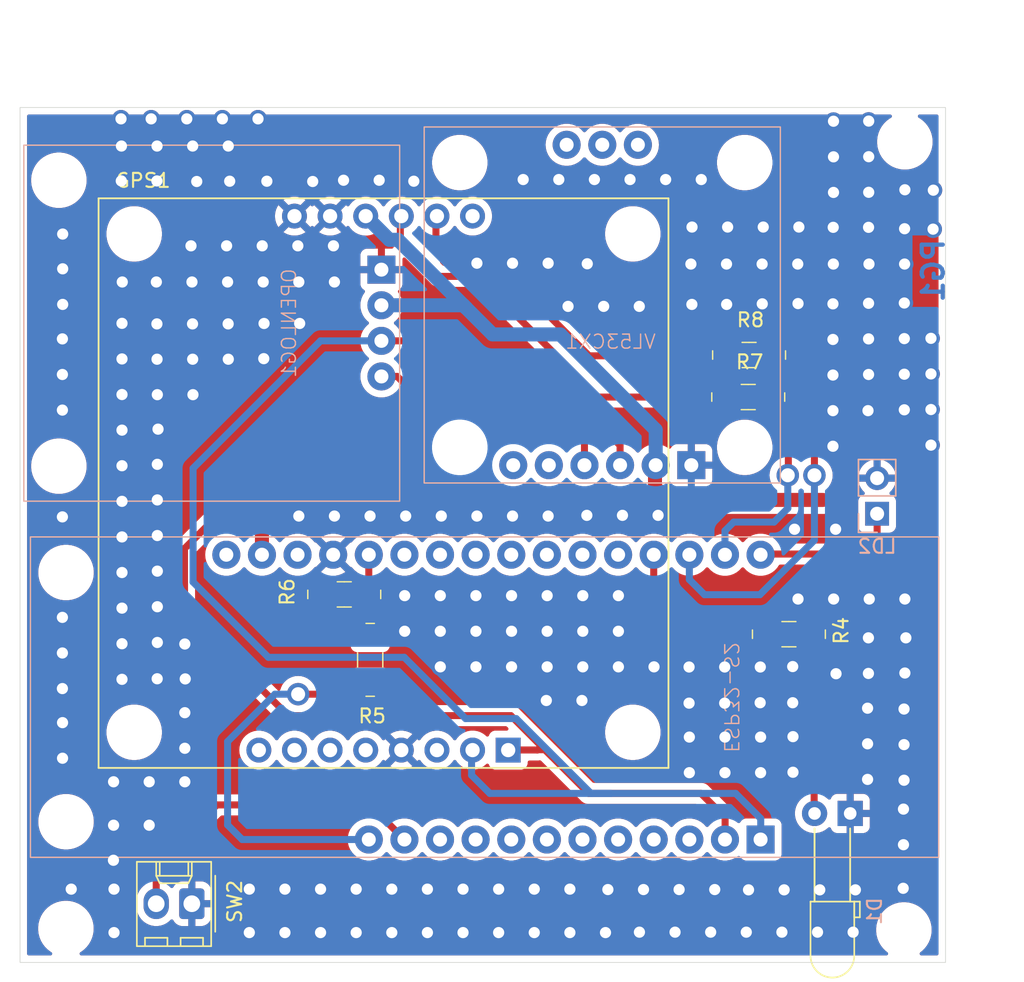
<source format=kicad_pcb>
(kicad_pcb (version 20240108) (generator "pcbnew") (generator_version "8.0")
  (layers (0 "F.Cu" signal) (31 "B.Cu" signal) (34 "B.Paste" user) (35 "F.Paste" user) (36 "B.SilkS" user "B.Silkscreen") (37 "F.SilkS" user "F.Silkscreen") (38 "B.Mask" user) (39 "F.Mask" user) (44 "Edge.Cuts" user))
  (net 0 "")
  (net 1 "GND")
  (net 2 "+3.3V")
  (net 3 "SDA")
  (net 4 "SCL")
  (net 6 "TX")
  (net 7 "Net-(GPS1-TXO)")
  (net 11 "RX")
  (net 19 "Net-(GPS1-RXI)")
  (net 28 "VBAT")
  (net 29 "Net-(D1-A)")
  (net 30 "EN")
  (net 31 "LED")
  (net 32 "LEVELBAT")
  (net 34 "LASER")
  (footprint "Connector_Molex:Molex_KK-254_AE-6410-02A_1x02_P2.54mm_Vertical" (layer "F.Cu") (at 56 95.83 180)
    (property "Reference" "SW2" (at -3.06 0.16 90) (layer "F.SilkS"))
    (property "Value" "SW_DPDT_x2")
    (fp_line (start 3.92 2.99) (end 3.92 -3.03) (stroke (width 0.12)) (layer "F.SilkS"))
    (fp_line (start 3.92 -3.03) (end -1.38 -3.03) (stroke (width 0.12)) (layer "F.SilkS"))
    (fp_line (start 3.34 -2.43) (end 3.34 -3.03) (stroke (width 0.12)) (layer "F.SilkS"))
    (fp_line (start 2.54 1.99) (end 2.54 2.99) (stroke (width 0.12)) (layer "F.SilkS"))
    (fp_line (start 2.29 2.99) (end 2.29 1.99) (stroke (width 0.12)) (layer "F.SilkS"))
    (fp_line (start 2.29 1.46) (end 2.54 1.99) (stroke (width 0.12)) (layer "F.SilkS"))
    (fp_line (start 1.74 -2.43) (end 3.34 -2.43) (stroke (width 0.12)) (layer "F.SilkS"))
    (fp_line (start 1.74 -3.03) (end 1.74 -2.43) (stroke (width 0.12)) (layer "F.SilkS"))
    (fp_line (start 0.8 -2.43) (end 0.8 -3.03) (stroke (width 0.12)) (layer "F.SilkS"))
    (fp_line (start 0.25 2.99) (end 0.25 1.99) (stroke (width 0.12)) (layer "F.SilkS"))
    (fp_line (start 0.25 1.46) (end 2.29 1.46) (stroke (width 0.12)) (layer "F.SilkS"))
    (fp_line (start 0 2.99) (end 0 1.99) (stroke (width 0.12)) (layer "F.SilkS"))
    (fp_line (start 0 1.99) (end 2.54 1.99) (stroke (width 0.12)) (layer "F.SilkS"))
    (fp_line (start 0 1.99) (end 0.25 1.46) (stroke (width 0.12)) (layer "F.SilkS"))
    (fp_line (start -0.8 -2.43) (end 0.8 -2.43) (stroke (width 0.12)) (layer "F.SilkS"))
    (fp_line (start -0.8 -3.03) (end -0.8 -2.43) (stroke (width 0.12)) (layer "F.SilkS"))
    (fp_line (start -1.38 2.99) (end 3.92 2.99) (stroke (width 0.12)) (layer "F.SilkS"))
    (fp_line (start -1.38 -3.03) (end -1.38 2.99) (stroke (width 0.12)) (layer "F.SilkS"))
    (fp_line (start -1.67 -2) (end -1.67 2) (stroke (width 0.12)) (layer "F.SilkS"))
    (pad "1" thru_hole roundrect (at 0 0 180) (size 1.8 2.19) (drill 1.19) (layers "*.Cu" "*.Mask") (roundrect_rratio 0.143678) (net 1 "GND"))
    (pad "2" thru_hole oval (at 2.54 0 180) (size 1.8 2.19) (drill 1.19) (layers "*.Cu" "*.Mask") (net 30 "EN"))
  )
  (footprint "digikey-footprints:1206" (layer "F.Cu") (at 66.87 73.76 180)
    (property "Reference" "R6" (at 4.07 0.17 -90) (layer "F.SilkS"))
    (property "Value" "100K")
    (fp_line (start 2.6 -0.3) (end 2.6 0.3) (stroke (width 0.1)) (layer "F.SilkS"))
    (fp_line (start 0 0.9) (end 0.5 0.9) (stroke (width 0.1)) (layer "F.SilkS"))
    (fp_line (start 0 0.9) (end -0.5 0.9) (stroke (width 0.1)) (layer "F.SilkS"))
    (fp_line (start 0 -0.9) (end 0.5 -0.9) (stroke (width 0.1)) (layer "F.SilkS"))
    (fp_line (start 0 -0.9) (end -0.5 -0.9) (stroke (width 0.1)) (layer "F.SilkS"))
    (fp_line (start -2.6 -0.3) (end -2.6 0.3) (stroke (width 0.1)) (layer "F.SilkS"))
    (pad "1" smd rect (at -1.8 0 180) (size 1.5 1.8) (layers "F.Cu" "F.Paste" "F.Mask") (net 32 "LEVELBAT"))
    (pad "2" smd rect (at 1.8 0 180) (size 1.5 1.8) (layers "F.Cu" "F.Paste" "F.Mask") (net 1 "GND"))
  )
  (footprint "digikey-footprints:1206" (layer "F.Cu") (at 95.68 59.68)
    (property "Reference" "R7" (at 0.1 -2.5 0) (layer "F.SilkS"))
    (property "Value" "0")
    (fp_line (start -2.6 -0.3) (end -2.6 0.3) (stroke (width 0.1)) (layer "F.SilkS"))
    (fp_line (start 0 -0.9) (end -0.5 -0.9) (stroke (width 0.1)) (layer "F.SilkS"))
    (fp_line (start 0 -0.9) (end 0.5 -0.9) (stroke (width 0.1)) (layer "F.SilkS"))
    (fp_line (start 0 0.9) (end -0.5 0.9) (stroke (width 0.1)) (layer "F.SilkS"))
    (fp_line (start 0 0.9) (end 0.5 0.9) (stroke (width 0.1)) (layer "F.SilkS"))
    (fp_line (start 2.6 -0.3) (end 2.6 0.3) (stroke (width 0.1)) (layer "F.SilkS"))
    (pad "1" smd rect (at -1.8 0) (size 1.5 1.8) (layers "F.Cu" "F.Paste" "F.Mask") (net 19 "Net-(GPS1-RXI)"))
    (pad "2" smd rect (at 1.8 0) (size 1.5 1.8) (layers "F.Cu" "F.Paste" "F.Mask") (net 11 "RX"))
  )
  (footprint "" (layer "F.Cu") (at 47.02 97.6)
    (property "Reference" "" (at 0 0 0) (layer "F.SilkS") (effects (font (size 1.27 1.27))))
    (property "Value" "")
    (pad "" np_thru_hole circle (at 0 0 90) (size 3.302 3.302) (drill 3.302) (layers "F&B.Cu" "*.Mask"))
  )
  (footprint "GPS-15210:MODULE_GPS-15210" (layer "F.Cu") (at 69.67 65.82)
    (property "Reference" "GPS1" (at -17.145 -21.59 0) (layer "F.SilkS"))
    (property "Value" "GPS-15210")
    (fp_line (start -20.32 -20.32) (end 20.32 -20.32) (stroke (width 0.127)) (layer "F.SilkS"))
    (fp_line (start -20.32 20.32) (end -20.32 -20.32) (stroke (width 0.127)) (layer "F.SilkS"))
    (fp_line (start 20.32 -20.32) (end 20.32 20.32) (stroke (width 0.127)) (layer "F.SilkS"))
    (fp_line (start 20.32 20.32) (end -20.32 20.32) (stroke (width 0.127)) (layer "F.SilkS"))
    (pad "" np_thru_hole circle (at -17.78 -17.78) (size 3.302 3.302) (drill 3.302) (layers "*.Cu" "*.Mask"))
    (pad "" np_thru_hole circle (at -17.78 17.78) (size 3.302 3.302) (drill 3.302) (layers "*.Cu" "*.Mask"))
    (pad "" np_thru_hole circle (at 17.78 -17.78) (size 3.302 3.302) (drill 3.302) (layers "*.Cu" "*.Mask"))
    (pad "" np_thru_hole circle (at 17.78 17.78) (size 3.302 3.302) (drill 3.302) (layers "*.Cu" "*.Mask"))
    (pad "J3_1" thru_hole rect (at 8.89 19.05) (size 1.778 1.778) (drill 1.016) (layers "*.Cu" "*.Mask") (net 4 "SCL"))
    (pad "J3_2" thru_hole circle (at 6.35 19.05) (size 1.778 1.778) (drill 1.016) (layers "*.Cu" "*.Mask") (net 3 "SDA"))
    (pad "J3_3" thru_hole circle (at 3.81 19.05) (size 1.778 1.778) (drill 1.016) (layers "*.Cu" "*.Mask") (net 2 "+3.3V"))
    (pad "J3_4" thru_hole circle (at 1.27 19.05) (size 1.778 1.778) (drill 1.016) (layers "*.Cu" "*.Mask") (net 1 "GND"))
    (pad "J3_5" thru_hole circle (at -1.27 19.05) (size 1.778 1.778) (drill 1.016) (layers "*.Cu" "*.Mask"))
    (pad "J3_6" thru_hole circle (at -3.81 19.05) (size 1.778 1.778) (drill 1.016) (layers "*.Cu" "*.Mask"))
    (pad "J3_7" thru_hole circle (at -6.35 19.05) (size 1.778 1.778) (drill 1.016) (layers "*.Cu" "*.Mask"))
    (pad "J3_8" thru_hole circle (at -8.89 19.05) (size 1.778 1.778) (drill 1.016) (layers "*.Cu" "*.Mask"))
    (pad "J4_1" thru_hole circle (at -6.35 -19.05) (size 1.778 1.778) (drill 1.016) (layers "*.Cu" "*.Mask") (net 1 "GND"))
    (pad "J4_2" thru_hole circle (at -3.81 -19.05) (size 1.778 1.778) (drill 1.016) (layers "*.Cu" "*.Mask") (net 1 "GND"))
    (pad "J4_3" thru_hole circle (at -1.27 -19.05) (size 1.778 1.778) (drill 1.016) (layers "*.Cu" "*.Mask") (net 2 "+3.3V"))
    (pad "J4_4" thru_hole circle (at 1.27 -19.05) (size 1.778 1.778) (drill 1.016) (layers "*.Cu" "*.Mask") (net 19 "Net-(GPS1-RXI)"))
    (pad "J4_5" thru_hole circle (at 3.81 -19.05) (size 1.778 1.778) (drill 1.016) (layers "*.Cu" "*.Mask") (net 7 "Net-(GPS1-TXO)"))
    (pad "J4_6" thru_hole circle (at 6.35 -19.05) (size 1.778 1.778) (drill 1.016) (layers "*.Cu" "*.Mask"))
  )
  (footprint "digikey-footprints:1206" (layer "F.Cu") (at 95.74 56.68)
    (property "Reference" "R8" (at 0.1 -2.5 0) (layer "F.SilkS"))
    (property "Value" "0")
    (fp_line (start -2.6 -0.3) (end -2.6 0.3) (stroke (width 0.1)) (layer "F.SilkS"))
    (fp_line (start 0 -0.9) (end -0.5 -0.9) (stroke (width 0.1)) (layer "F.SilkS"))
    (fp_line (start 0 -0.9) (end 0.5 -0.9) (stroke (width 0.1)) (layer "F.SilkS"))
    (fp_line (start 0 0.9) (end -0.5 0.9) (stroke (width 0.1)) (layer "F.SilkS"))
    (fp_line (start 0 0.9) (end 0.5 0.9) (stroke (width 0.1)) (layer "F.SilkS"))
    (fp_line (start 2.6 -0.3) (end 2.6 0.3) (stroke (width 0.1)) (layer "F.SilkS"))
    (pad "1" smd rect (at -1.8 0) (size 1.5 1.8) (layers "F.Cu" "F.Paste" "F.Mask") (net 7 "Net-(GPS1-TXO)"))
    (pad "2" smd rect (at 1.8 0) (size 1.5 1.8) (layers "F.Cu" "F.Paste" "F.Mask") (net 6 "TX"))
  )
  (footprint "digikey-footprints:1206" (layer "F.Cu") (at 68.72 78.43 90)
    (property "Reference" "R5" (at -4.01 0.14 0) (layer "F.SilkS"))
    (property "Value" "100K")
    (fp_line (start 0 -0.9) (end 0.5 -0.9) (stroke (width 0.1)) (layer "F.SilkS"))
    (fp_line (start 0 -0.9) (end -0.5 -0.9) (stroke (width 0.1)) (layer "F.SilkS"))
    (fp_line (start 2.6 -0.3) (end 2.6 0.3) (stroke (width 0.1)) (layer "F.SilkS"))
    (fp_line (start -2.6 -0.3) (end -2.6 0.3) (stroke (width 0.1)) (layer "F.SilkS"))
    (fp_line (start 0 0.9) (end 0.5 0.9) (stroke (width 0.1)) (layer "F.SilkS"))
    (fp_line (start 0 0.9) (end -0.5 0.9) (stroke (width 0.1)) (layer "F.SilkS"))
    (pad "1" smd rect (at -1.8 0 90) (size 1.5 1.8) (layers "F.Cu" "F.Paste" "F.Mask") (net 28 "VBAT"))
    (pad "2" smd rect (at 1.8 0 90) (size 1.5 1.8) (layers "F.Cu" "F.Paste" "F.Mask") (net 32 "LEVELBAT"))
  )
  (footprint "" (layer "F.Cu") (at 106.78 97.7)
    (property "Reference" "" (at 0 0 0) (layer "F.SilkS") (effects (font (size 1.27 1.27))))
    (property "Value" "")
    (pad "" np_thru_hole circle (at 0 0 90) (size 3.302 3.302) (drill 3.302) (layers "F&B.Cu" "*.Mask"))
  )
  (footprint "LED_THT:LED_D3.0mm_Horizontal_O6.35mm_Z10.0mm" (layer "F.Cu") (at 100.41 89.39)
    (property "Reference" "D1" (at 4.28 6.975 90) (layer "B.SilkS") (effects (justify mirror)))
    (property "Value" "LED")
    (fp_line (start -0.29 6.29) (end -0.29 10.15) (stroke (width 0.12)) (layer "F.SilkS"))
    (fp_line (start -0.29 6.29) (end 2.83 6.29) (stroke (width 0.12)) (layer "F.SilkS"))
    (fp_line (start 0 1.08) (end 0 1.08) (stroke (width 0.12)) (layer "F.SilkS"))
    (fp_line (start 0 1.08) (end 0 6.29) (stroke (width 0.12)) (layer "F.SilkS"))
    (fp_line (start 0 6.29) (end 0 1.08) (stroke (width 0.12)) (layer "F.SilkS"))
    (fp_line (start 0 6.29) (end 0 6.29) (stroke (width 0.12)) (layer "F.SilkS"))
    (fp_line (start 2.54 1.08) (end 2.54 1.08) (stroke (width 0.12)) (layer "F.SilkS"))
    (fp_line (start 2.54 1.08) (end 2.54 6.29) (stroke (width 0.12)) (layer "F.SilkS"))
    (fp_line (start 2.54 6.29) (end 2.54 1.08) (stroke (width 0.12)) (layer "F.SilkS"))
    (fp_line (start 2.54 6.29) (end 2.54 6.29) (stroke (width 0.12)) (layer "F.SilkS"))
    (fp_line (start 2.83 6.29) (end 2.83 10.15) (stroke (width 0.12)) (layer "F.SilkS"))
    (fp_line (start 2.83 6.29) (end 3.23 6.29) (stroke (width 0.12)) (layer "F.SilkS"))
    (fp_line (start 2.83 7.41) (end 2.83 6.29) (stroke (width 0.12)) (layer "F.SilkS"))
    (fp_line (start 3.23 6.29) (end 3.23 7.41) (stroke (width 0.12)) (layer "F.SilkS"))
    (fp_line (start 3.23 7.41) (end 2.83 7.41) (stroke (width 0.12)) (layer "F.SilkS"))
    (fp_arc (start 2.83 10.15) (mid 1.27 11.71) (end -0.29 10.15) (stroke (width 0.12)) (layer "F.SilkS"))
    (pad "1" thru_hole rect (at 2.54 0) (size 1.8 1.8) (drill 0.9) (layers "*.Cu" "*.Mask") (net 1 "GND"))
    (pad "2" thru_hole circle (at 0 0) (size 1.8 1.8) (drill 0.9) (layers "*.Cu" "*.Mask") (net 29 "Net-(D1-A)"))
  )
  (footprint "OPENLOG:OPENLOG" (layer "F.Cu") (at 44.02 41.71 -90)
    (property "Reference" "OPENLOG1" (at 12.7 -18.91 90) (layer "B.SilkS") (effects (font (thickness 0.1)) (justify mirror)))
    (property "Value" "~")
    (fp_rect (start 0 -26.8) (end 25.4 0) (stroke (width 0.1)) (fill none) (layer "B.SilkS"))
    (pad "" np_thru_hole circle (at 2.5 -2.5 270) (size 3.302 3.302) (drill 3.302) (layers "F&B.Cu" "*.Mask"))
    (pad "" np_thru_hole circle (at 22.9 -2.5 270) (size 3.302 3.302) (drill 3.302) (layers "F&B.Cu" "*.Mask"))
    (pad "1" thru_hole circle (at 16.5 -25.5 270) (size 2 2) (drill 1) (layers "*.Cu" "*.Mask") (net 4 "SCL"))
    (pad "2" thru_hole circle (at 13.96 -25.5 270) (size 2 2) (drill 1) (layers "*.Cu" "*.Mask") (net 3 "SDA"))
    (pad "3" thru_hole circle (at 11.42 -25.5 270) (size 2 2) (drill 1) (layers "*.Cu" "*.Mask") (net 2 "+3.3V"))
    (pad "4" thru_hole rect (at 8.88 -25.5 270) (size 2 2) (drill 1) (layers "*.Cu" "*.Mask") (net 1 "GND"))
  )
  (footprint "" (layer "F.Cu") (at 106.85 41.47)
    (property "Reference" "" (at 0 0 0) (layer "F.SilkS") (effects (font (size 1.27 1.27))))
    (property "Value" "")
    (pad "" np_thru_hole circle (at 0 0 180) (size 3.302 3.302) (drill 3.302) (layers "F&B.Cu" "*.Mask"))
  )
  (footprint "digikey-footprints:1206" (layer "F.Cu") (at 98.58 76.6 180)
    (property "Reference" "R4" (at -3.73 0.25 90) (layer "F.SilkS"))
    (property "Value" "100")
    (fp_line (start 2.6 -0.3) (end 2.6 0.3) (stroke (width 0.1)) (layer "F.SilkS"))
    (fp_line (start 0 0.9) (end 0.5 0.9) (stroke (width 0.1)) (layer "F.SilkS"))
    (fp_line (start 0 0.9) (end -0.5 0.9) (stroke (width 0.1)) (layer "F.SilkS"))
    (fp_line (start 0 -0.9) (end 0.5 -0.9) (stroke (width 0.1)) (layer "F.SilkS"))
    (fp_line (start 0 -0.9) (end -0.5 -0.9) (stroke (width 0.1)) (layer "F.SilkS"))
    (fp_line (start -2.6 -0.3) (end -2.6 0.3) (stroke (width 0.1)) (layer "F.SilkS"))
    (pad "1" smd rect (at -1.8 0 180) (size 1.5 1.8) (layers "F.Cu" "F.Paste" "F.Mask") (net 29 "Net-(D1-A)"))
    (pad "2" smd rect (at 1.8 0 180) (size 1.5 1.8) (layers "F.Cu" "F.Paste" "F.Mask") (net 31 "LED"))
  )
  (footprint "Connector_PinHeader_2.54mm:PinHeader_1x02_P2.54mm_Vertical" (layer "B.Cu") (at 104.87 68.005)
    (property "Reference" "LD2" (at 0 2.33 0) (layer "B.SilkS") (effects (justify mirror)))
    (property "Value" "D_Laser_1C2A")
    (fp_line (start -1.33 -3.87) (end -1.33 -1.27) (stroke (width 0.12)) (layer "B.SilkS"))
    (fp_line (start -1.33 1.33) (end -1.33 0) (stroke (width 0.12)) (layer "B.SilkS"))
    (fp_line (start 0 1.33) (end -1.33 1.33) (stroke (width 0.12)) (layer "B.SilkS"))
    (fp_line (start 1.33 -3.87) (end -1.33 -3.87) (stroke (width 0.12)) (layer "B.SilkS"))
    (fp_line (start 1.33 -3.87) (end 1.33 -1.27) (stroke (width 0.12)) (layer "B.SilkS"))
    (fp_line (start 1.33 -1.27) (end -1.33 -1.27) (stroke (width 0.12)) (layer "B.SilkS"))
    (pad "1" thru_hole rect (at 0 0) (size 1.7 1.7) (drill 1) (layers "*.Cu" "*.Mask") (net 34 "LASER"))
    (pad "2" thru_hole oval (at 0 -2.54) (size 1.7 1.7) (drill 1) (layers "*.Cu" "*.Mask") (net 1 "GND"))
  )
  (footprint "ESP32S2:ESP32-S2" (layer "B.Cu") (at 44.49 92.52 90)
    (property "Reference" "ESP32-S2" (at 11.41 49.97 -90) (layer "B.SilkS") (effects (font (thickness 0.1)) (justify mirror)))
    (property "Value" "~")
    (fp_rect (start 22.86 64.77) (end 0 0) (stroke (width 0.1)) (fill none) (layer "B.SilkS"))
    (pad "" np_thru_hole circle (at 2.54 2.54 90) (size 3.302 3.302) (drill 3.302) (layers "F&B.Cu" "*.Mask"))
    (pad "" np_thru_hole circle (at 20.32 2.54 90) (size 3.302 3.302) (drill 3.302) (layers "F&B.Cu" "*.Mask"))
    (pad "1" thru_hole rect (at 1.27 52.07 90) (size 2 2) (drill 1) (layers "*.Cu" "*.Mask") (net 3 "SDA"))
    (pad "2" thru_hole circle (at 1.27 49.53 90) (size 2 2) (drill 1) (layers "*.Cu" "*.Mask") (net 4 "SCL"))
    (pad "3" thru_hole circle (at 1.27 46.99 90) (size 2 2) (drill 1) (layers "*.Cu" "*.Mask"))
    (pad "4" thru_hole circle (at 1.27 44.45 90) (size 2 2) (drill 1) (layers "*.Cu" "*.Mask"))
    (pad "5" thru_hole circle (at 1.27 41.91 90) (size 2 2) (drill 1) (layers "*.Cu" "*.Mask"))
    (pad "6" thru_hole circle (at 1.27 39.37 90) (size 2 2) (drill 1) (layers "*.Cu" "*.Mask"))
    (pad "7" thru_hole circle (at 1.27 36.83 90) (size 2 2) (drill 1) (layers "*.Cu" "*.Mask"))
    (pad "8" thru_hole circle (at 1.27 34.29 90) (size 2 2) (drill 1) (layers "*.Cu" "*.Mask"))
    (pad "9" thru_hole circle (at 1.27 31.75 90) (size 2 2) (drill 1) (layers "*.Cu" "*.Mask"))
    (pad "10" thru_hole circle (at 1.27 29.21 90) (size 2 2) (drill 1) (layers "*.Cu" "*.Mask"))
    (pad "11" thru_hole circle (at 1.27 26.67 90) (size 2 2) (drill 1) (layers "*.Cu" "*.Mask") (net 30 "EN"))
    (pad "12" thru_hole circle (at 1.27 24.13 90) (size 2 2) (drill 1) (layers "*.Cu" "*.Mask") (net 28 "VBAT"))
    (pad "13" thru_hole circle (at 21.59 52.07 90) (size 2 2) (drill 1) (layers "*.Cu" "*.Mask") (net 34 "LASER"))
    (pad "14" thru_hole circle (at 21.59 49.53 90) (size 2 2) (drill 1) (layers "*.Cu" "*.Mask") (net 11 "RX"))
    (pad "15" thru_hole circle (at 21.59 46.99 90) (size 2 2) (drill 1) (layers "*.Cu" "*.Mask") (net 6 "TX"))
    (pad "16" thru_hole circle (at 21.59 44.45 90) (size 2 2) (drill 1) (layers "*.Cu" "*.Mask") (net 31 "LED"))
    (pad "17" thru_hole circle (at 21.59 41.91 90) (size 2 2) (drill 1) (layers "*.Cu" "*.Mask"))
    (pad "18" thru_hole circle (at 21.59 39.37 90) (size 2 2) (drill 1) (layers "*.Cu" "*.Mask"))
    (pad "19" thru_hole circle (at 21.59 36.83 90) (size 2 2) (drill 1) (layers "*.Cu" "*.Mask"))
    (pad "20" thru_hole circle (at 21.59 34.29 90) (size 2 2) (drill 1) (layers "*.Cu" "*.Mask"))
    (pad "21" thru_hole circle (at 21.59 31.75 90) (size 2 2) (drill 1) (layers "*.Cu" "*.Mask"))
    (pad "22" thru_hole circle (at 21.59 29.21 90) (size 2 2) (drill 1) (layers "*.Cu" "*.Mask"))
    (pad "23" thru_hole circle (at 21.59 26.67 90) (size 2 2) (drill 1) (layers "*.Cu" "*.Mask"))
    (pad "24" thru_hole circle (at 21.59 24.13 90) (size 2 2) (drill 1) (layers "*.Cu" "*.Mask") (net 32 "LEVELBAT"))
    (pad "25" thru_hole circle (at 21.59 21.59 90) (size 2 2) (drill 1) (layers "*.Cu" "*.Mask") (net 1 "GND"))
    (pad "26" thru_hole circle (at 21.59 19.05 90) (size 2 2) (drill 1) (layers "*.Cu" "*.Mask"))
    (pad "27" thru_hole circle (at 21.59 16.51 90) (size 2 2) (drill 1) (layers "*.Cu" "*.Mask") (net 2 "+3.3V"))
    (pad "28" thru_hole circle (at 21.59 13.97 90) (size 2 2) (drill 1) (layers "*.Cu" "*.Mask"))
  )
  (footprint "VL53CX:VL53CX" (layer "B.Cu") (at 97.97 65.81 180)
    (property "Reference" "VL53CX1" (at 12.11 10.08 0) (layer "B.SilkS") (effects (font (thickness 0.1)) (justify mirror)))
    (property "Value" "~")
    (fp_rect (start 25.4 25.4) (end 0 0) (stroke (width 0.1)) (fill none) (layer "B.SilkS"))
    (pad "" np_thru_hole circle (at 2.54 2.54 180) (size 3.302 3.302) (drill 3.302) (layers "F&B.Cu" "*.Mask"))
    (pad "" np_thru_hole circle (at 2.54 22.86 180) (size 3.302 3.302) (drill 3.302) (layers "F&B.Cu" "*.Mask"))
    (pad "" np_thru_hole circle (at 22.86 2.54 180) (size 3.302 3.302) (drill 3.302) (layers "F&B.Cu" "*.Mask"))
    (pad "" np_thru_hole circle (at 22.86 22.86 180) (size 3.302 3.302) (drill 3.302) (layers "F&B.Cu" "*.Mask"))
    (pad "1" thru_hole rect (at 6.35 1.27 180) (size 2.000001 2.000001) (drill 1) (layers "*.Cu" "*.Mask") (net 1 "GND"))
    (pad "2" thru_hole circle (at 8.89 1.27 180) (size 2.000001 2.000001) (drill 1) (layers "*.Cu" "*.Mask") (net 2 "+3.3V"))
    (pad "3" thru_hole circle (at 11.43 1.27 180) (size 2.000001 2.000001) (drill 1) (layers "*.Cu" "*.Mask") (net 3 "SDA"))
    (pad "4" thru_hole circle (at 13.97 1.27 180) (size 2.000001 2.000001) (drill 1) (layers "*.Cu" "*.Mask") (net 4 "SCL"))
    (pad "5" thru_hole circle (at 16.51 1.27 180) (size 2.000001 2.000001) (drill 1) (layers "*.Cu" "*.Mask"))
    (pad "6" thru_hole circle (at 19.05 1.27 180) (size 2.000001 2.000001) (drill 1) (layers "*.Cu" "*.Mask"))
    (pad "7" thru_hole circle (at 10.16 24.13 180) (size 2.000001 2.000001) (drill 1) (layers "*.Cu" "*.Mask"))
    (pad "8" thru_hole circle (at 12.7 24.13 180) (size 2.000001 2.000001) (drill 1) (layers "*.Cu" "*.Mask"))
    (pad "9" thru_hole circle (at 15.24 24.13 180) (size 2.000001 2.000001) (drill 1) (layers "*.Cu" "*.Mask"))
  )
  (gr_rect (start 43.75 39.02) (end 109.75 100.02) (stroke (width 0.05)) (fill none) (layer "Edge.Cuts"))
  (gr_text "PG1" (at 109.75 48.25 90) (layer "B.Cu") (effects (font (size 1.5 1.5) (thickness 0.3) (bold yes)) (justify left bottom mirror)))
  (segment (start 54.05 64.55) (end 53.84 64.55) (width 0.5) (layer "F.Cu") (net 1))
  (via (at 51.02 77.28) (size 1.27) (drill 0.8) (layers "F.Cu" "B.Cu") (net 1))
  (via (at 53.52 41.77) (size 1.27) (drill 0.8) (layers "F.Cu" "B.Cu") (net 1))
  (via (at 94 81.52) (size 1.27) (drill 0.8) (layers "F.Cu" "B.Cu") (net 1))
  (via (at 84.71 44.16) (size 1.27) (drill 0.8) (layers "F.Cu" "B.Cu") (net 1))
  (via (at 67.72 97.89) (size 1.27) (drill 0.8) (layers "F.Cu" "B.Cu") (net 1))
  (via (at 108.71 60.57) (size 1.27) (drill 0.8) (layers "F.Cu" "B.Cu") (net 1))
  (via (at 77.88 94.79) (size 1.27) (drill 0.8) (layers "F.Cu" "B.Cu") (net 1))
  (via (at 104.26 55.53) (size 1.27) (drill 0.8) (layers "F.Cu" "B.Cu") (net 1))
  (via (at 76.26 73.85) (size 1.27) (drill 0.8) (layers "F.Cu" "B.Cu") (net 1))
  (via (at 87.92 97.86) (size 1.27) (drill 0.8) (layers "F.Cu" "B.Cu") (net 1))
  (via (at 89.25 68.12) (size 1.27) (drill 0.8) (layers "F.Cu" "B.Cu") (net 1))
  (via (at 81.34 76.39) (size 1.27) (drill 0.8) (layers "F.Cu" "B.Cu") (net 1))
  (via (at 101.76 42.54) (size 1.27) (drill 0.8) (layers "F.Cu" "B.Cu") (net 1))
  (via (at 50.42 87.13) (size 1.27) (drill 0.8) (layers "F.Cu" "B.Cu") (net 1))
  (via (at 55.64 39.83) (size 1.27) (drill 0.8) (layers "F.Cu" "B.Cu") (net 1))
  (via (at 51.02 54.42) (size 1.27) (drill 0.8) (layers "F.Cu" "B.Cu") (net 1))
  (via (at 82.17 44.16) (size 1.27) (drill 0.8) (layers "F.Cu" "B.Cu") (net 1))
  (via (at 98.24 94.84) (size 1.27) (drill 0.8) (layers "F.Cu" "B.Cu") (net 1))
  (via (at 106.83 50.19) (size 1.27) (drill 0.8) (layers "F.Cu" "B.Cu") (net 1))
  (via (at 53.54 72.1) (size 1.27) (drill 0.8) (layers "F.Cu" "B.Cu") (net 1))
  (via (at 51.02 69.66) (size 1.27) (drill 0.8) (layers "F.Cu" "B.Cu") (net 1))
  (via (at 101.94 79.42) (size 1.27) (drill 0.8) (layers "F.Cu" "B.Cu") (net 1))
  (via (at 55.94 48.89) (size 1.27) (drill 0.8) (layers "F.Cu" "B.Cu") (net 1))
  (via (at 84.17 68.12) (size 1.27) (drill 0.8) (layers "F.Cu" "B.Cu") (net 1))
  (via (at 56.06 56.98) (size 1.27) (drill 0.8) (layers "F.Cu" "B.Cu") (net 1))
  (via (at 56.05 54.46) (size 1.27) (drill 0.8) (layers "F.Cu" "B.Cu") (net 1))
  (via (at 53.47 51.47) (size 1.27) (drill 0.8) (layers "F.Cu" "B.Cu") (net 1))
  (via (at 89.79 44.16) (size 1.27) (drill 0.8) (layers "F.Cu" "B.Cu") (net 1))
  (via (at 91.46 78.94) (size 1.27) (drill 0.8) (layers "F.Cu" "B.Cu") (net 1))
  (via (at 104.19 86.96) (size 1.27) (drill 0.8) (layers "F.Cu" "B.Cu") (net 1))
  (via (at 91.59 50.19) (size 1.27) (drill 0.8) (layers "F.Cu" "B.Cu") (net 1))
  (via (at 76.26 78.93) (size 1.27) (drill 0.8) (layers "F.Cu" "B.Cu") (net 1))
  (via (at 71.83 44.28) (size 1.27) (drill 0.8) (layers "F.Cu" "B.Cu") (net 1))
  (via (at 78.87 68.17) (size 1.27) (drill 0.8) (layers "F.Cu" "B.Cu") (net 1))
  (via (at 50.45 97.89) (size 1.27) (drill 0.8) (layers "F.Cu" "B.Cu") (net 1))
  (via (at 63.63 51.47) (size 1.27) (drill 0.8) (layers "F.Cu" "B.Cu") (net 1))
  (via (at 62.64 94.79) (size 1.27) (drill 0.8) (layers "F.Cu" "B.Cu") (net 1))
  (via (at 76.33 68.17) (size 1.27) (drill 0.8) (layers "F.Cu" "B.Cu") (net 1))
  (via (at 53.54 67.02) (size 1.27) (drill 0.8) (layers "F.Cu" "B.Cu") (net 1))
  (via (at 98.98 69.11) (size 1.27) (drill 0.8) (layers "F.Cu" "B.Cu") (net 1))
  (via (at 101.76 40) (size 1.27) (drill 0.8) (layers "F.Cu" "B.Cu") (net 1))
  (via (at 51.02 72.2) (size 1.27) (drill 0.8) (layers "F.Cu" "B.Cu") (net 1))
  (via (at 96.54 78.94) (size 1.27) (drill 0.8) (layers "F.Cu" "B.Cu") (net 1))
  (via (at 56.01 51.47) (size 1.27) (drill 0.8) (layers "F.Cu" "B.Cu") (net 1))
  (via (at 104.27 45.07) (size 1.27) (drill 0.8) (layers "F.Cu" "B.Cu") (net 1))
  (via (at 75.34 97.89) (size 1.27) (drill 0.8) (layers "F.Cu" "B.Cu") (net 1))
  (via (at 83.88 76.39) (size 1.27) (drill 0.8) (layers "F.Cu" "B.Cu") (net 1))
  (via (at 81.41 68.17) (size 1.27) (drill 0.8) (layers "F.Cu" "B.Cu") (net 1))
  (via (at 53.51 54.46) (size 1.27) (drill 0.8) (layers "F.Cu" "B.Cu") (net 1))
  (via (at 80.42 94.79) (size 1.27) (drill 0.8) (layers "F.Cu" "B.Cu") (net 1))
  (via (at 106.79 84.48) (size 1.27) (drill 0.8) (layers "F.Cu" "B.Cu") (net 1))
  (via (at 46.78 82.91) (size 1.27) (drill 0.8) (layers "F.Cu" "B.Cu") (net 1))
  (via (at 85.67 94.82) (size 1.27) (drill 0.8) (layers "F.Cu" "B.Cu") (net 1))
  (via (at 51.02 74.74) (size 1.27) (drill 0.8) (layers "F.Cu" "B.Cu") (net 1))
  (via (at 87.91 53.21) (size 1.27) (drill 0.8) (layers "F.Cu" "B.Cu") (net 1))
  (via (at 53.54 64.48) (size 1.27) (drill 0.8) (layers "F.Cu" "B.Cu") (net 1))
  (via (at 78.8 76.39) (size 1.27) (drill 0.8) (layers "F.Cu" "B.Cu") (net 1))
  (via (at 94.02 86.48) (size 1.27) (drill 0.8) (layers "F.Cu" "B.Cu") (net 1))
  (via (at 63.63 68.17) (size 1.27) (drill 0.8) (layers "F.Cu" "B.Cu") (net 1))
  (via (at 51.02 62.04) (size 1.27) (drill 0.8) (layers "F.Cu" "B.Cu") (net 1))
  (via (at 53.54 59.51) (size 1.27) (drill 0.8) (layers "F.Cu" "B.Cu") (net 1))
  (via (at 86.42 76.39) (size 1.27) (drill 0.8) (layers "F.Cu" "B.Cu") (net 1))
  (via (at 61.13 56.94) (size 1.27) (drill 0.8) (layers "F.Cu" "B.Cu") (net 1))
  (via (at 108.71 55.49) (size 1.27) (drill 0.8) (layers "F.Cu" "B.Cu") (net 1))
  (via (at 91.48 83.94) (size 1.27) (drill 0.8) (layers "F.Cu" "B.Cu") (net 1))
  (via (at 96.56 86.48) (size 1.27) (drill 0.8) (layers "F.Cu" "B.Cu") (net 1))
  (via (at 73.72 78.93) (size 1.27) (drill 0.8) (layers "F.Cu" "B.Cu") (net 1))
  (via (at 63.56 48.89) (size 1.27) (drill 0.8) (layers "F.Cu" "B.Cu") (net 1))
  (via (at 53.54 77.19) (size 1.27) (drill 0.8) (layers "F.Cu" "B.Cu") (net 1))
  (via (at 108.71 58.03) (size 1.27) (drill 0.8) (layers "F.Cu" "B.Cu") (net 1))
  (via (at 46.79 48.05) (size 1.27) (drill 0.8) (layers "F.Cu" "B.Cu") (net 1))
  (via (at 78.8 78.93) (size 1.27) (drill 0.8) (layers "F.Cu" "B.Cu") (net 1))
  (via (at 94.21 47.55) (size 1.27) (drill 0.8) (layers "F.Cu" "B.Cu") (net 1))
  (via (at 106.81 55.51) (size 1.27) (drill 0.8) (layers "F.Cu" "B.Cu") (net 1))
  (via (at 104.25 79.4) (size 1.27) (drill 0.8) (layers "F.Cu" "B.Cu") (net 1))
  (via (at 106.79 81.94) (size 1.27) (drill 0.8) (layers "F.Cu" "B.Cu") (net 1))
  (via (at 106.81 58.05) (size 1.27) (drill 0.8) (layers "F.Cu" "B.Cu") (net 1))
  (via (at 73.72 76.39) (size 1.27) (drill 0.8) (layers "F.Cu" "B.Cu") (net 1))
  (via (at 104.31 74.09) (size 1.27) (drill 0.8) (layers "F.Cu" "B.Cu") (net 1))
  (via (at 78.87 50.13) (size 1.27) (drill 0.8) (layers "F.Cu" "B.Cu") (net 1))
  (via (at 46.77 68.23) (size 1.27) (drill 0.8) (layers "F.Cu" "B.Cu") (net 1))
  (via (at 81.41 50.13) (size 1.27) (drill 0.8) (layers "F.Cu" "B.Cu") (net 1))
  (via (at 62.64 97.89) (size 1.27) (drill 0.8) (layers "F.Cu" "B.Cu") (net 1))
  (via (at 95.54 97.86) (size 1.27) (drill 0.8) (layers "F.Cu" "B.Cu") (net 1))
  (via (at 46.78 85.45) (size 1.27) (drill 0.8) (layers "F.Cu" "B.Cu") (net 1))
  (via (at 104.19 84.42) (size 1.27) (drill 0.8) (layers "F.Cu" "B.Cu") (net 1))
  (via (at 58.6 41.77) (size 1.27) (drill 0.8) (layers "F.Cu" "B.Cu") (net 1))
  (via (at 61.35 44.28) (size 1.27) (drill 0.8) (layers "F.Cu" "B.Cu") (net 1))
  (via (at 60.1 97.89) (size 1.27) (drill 0.8) (layers "F.Cu" "B.Cu") (net 1))
  (via (at 96.56 83.94) (size 1.27) (drill 0.8) (layers "F.Cu" "B.Cu") (net 1))
  (via (at 50.95 39.83) (size 1.27) (drill 0.8) (layers "F.Cu" "B.Cu") (net 1))
  (via (at 64.62 44.3) (size 1.27) (drill 0.8) (layers "F.Cu" "B.Cu") (net 1))
  (via (at 81.28 81.33) (size 1.27) (drill 0.8) (layers "F.Cu" "B.Cu") (net 1))
  (via (at 99.21 50.19) (size 1.27) (drill 0.8) (layers "F.Cu" "B.Cu") (net 1))
  (via (at 96.68 53.03) (size 1.27) (drill 0.8) (layers "F.Cu" "B.Cu") (net 1))
  (via (at 98.08 97.86) (size 1.27) (drill 0.8) (layers "F.Cu" "B.Cu") (net 1))
  (via (at 91.66 53.07) (size 1.27) (drill 0.8) (layers "F.Cu" "B.Cu") (net 1))
  (via (at 58.7 44.28) (size 1.27) (drill 0.8) (layers "F.Cu" "B.Cu") (net 1))
  (via (at 104.25 76.86) (size 1.27) (drill 0.8) (layers "F.Cu" "B.Cu") (net 1))
  (via (at 55.5 87.13) (size 1.27) (drill 0.8) (layers "F.Cu" "B.Cu") (net 1))
  (via (at 94.13 50.19) (size 1.27) (drill 0.8) (layers "F.Cu" "B.Cu") (net 1))
  (via (at 55.53 79.79) (size 1.27) (drill 0.8) (layers "F.Cu" "B.Cu") (net 1))
  (via (at 106.75 91.62) (size 1.27) (drill 0.8) (layers "F.Cu" "B.Cu") (net 1))
  (via (at 46.77 75.4) (size 1.27) (drill 0.8) (layers "F.Cu" "B.Cu") (net 1))
  (via (at 61.15 54.43) (size 1.27) (drill 0.8) (layers "F.Cu" "B.Cu") (net 1))
  (via (at 93 97.86) (size 1.27) (drill 0.8) (layers "F.Cu" "B.Cu") (net 1))
  (via (at 100.62 97.86) (size 1.27) (drill 0.8) (layers "F.Cu" "B.Cu") (net 1))
  (via (at 81.34 78.93) (size 1.27) (drill 0.8) (layers "F.Cu" "B.Cu") (net 1))
  (via (at 80.42 97.89) (size 1.27) (drill 0.8) (layers "F.Cu" "B.Cu") (net 1))
  (via (at 98.87 83.91) (size 1.27) (drill 0.8) (layers "F.Cu" "B.Cu") (net 1))
  (via (at 83.82 81.33) (size 1.27) (drill 0.8) (layers "F.Cu" "B.Cu") (net 1))
  (via (at 56.08 59.51) (size 1.27) (drill 0.8) (layers "F.Cu" "B.Cu") (net 1))
  (via (at 99.23 53.01) (size 1.27) (drill 0.8) (layers "F.Cu" "B.Cu") (net 1))
  (via (at 73.79 68.17) (size 1.27) (drill 0.8) (layers "F.Cu" "B.Cu") (net 1))
  (via (at 94.14 53.07) (size 1.27) (drill 0.8) (layers "F.Cu" "B.Cu") (net 1))
  (via (at 77.88 97.89) (size 1.27) (drill 0.8) (layers "F.Cu" "B.Cu") (net 1))
  (via (at 71.18 73.85) (size 1.27) (drill 0.8) (layers "F.Cu" "B.Cu") (net 1))
  (via (at 52.96 87.13) (size 1.27) (drill 0.8) (layers "F.Cu" "B.Cu") (net 1))
  (via (at 101.76 45.08) (size 1.27) (drill 0.8) (layers "F.Cu" "B.Cu") (net 1))
  (via (at 83.88 73.85) (size 1.27) (drill 0.8) (layers "F.Cu" "B.Cu") (net 1))
  (via (at 76.33 50.13) (size 1.27) (drill 0.8) (layers "F.Cu" "B.Cu") (net 1))
  (via (at 69.36 44.21) (size 1.27) (drill 0.8) (layers "F.Cu" "B.Cu") (net 1))
  (via (at 98.85 78.91) (size 1.27) (drill 0.8) (layers "F.Cu" "B.Cu") (net 1))
  (via (at 53.54 74.64) (size 1.27) (drill 0.8) (layers "F.Cu" "B.Cu") (net 1))
  (via (at 106.85 74.09) (size 1.27) (drill 0.8) (layers "F.Cu" "B.Cu") (net 1))
  (via (at 106.83 47.67) (size 1.27) (drill 0.8) (layers "F.Cu" "B.Cu") (net 1))
  (via (at 94.02 83.94) (size 1.27) (drill 0.8) (layers "F.Cu" "B.Cu") (net 1))
  (via (at 106.73 94.73) (size 1.27) (drill 0.8) (layers "F.Cu" "B.Cu") (net 1))
  (via (at 106.85 44.89) (size 1.27) (drill 0.8) (layers "F.Cu" "B.Cu") (net 1))
  (via (at 104.27 39.99) (size 1.27) (drill 0.8) (layers "F.Cu" "B.Cu") (net 1))
  (via (at 106.79 87.02) (size 1.27) (drill 0.8) (layers "F.Cu" "B.Cu") (net 1))
  (via (at 53.54 69.56) (size 1.27) (drill 0.8) (layers "F.Cu" "B.Cu") (net 1))
  (via (at 46.77 60.61) (size 1.27) (drill 0.8) (layers "F.Cu" "B.Cu") (net 1))
  (via (at 108.88 44.92) (size 1.27) (drill 0.8) (layers "F.Cu" "B.Cu") (net 1))
  (via (at 82.96 94.79) (size 1.27) (drill 0.8) (layers "F.Cu" "B.Cu") (net 1))
  (via (at 106.85 79.37) (size 1.27) (drill 0.8) (layers "F.Cu" "B.Cu") (net 1))
  (via (at 51.02 79.82) (size 1.27) (drill 0.8) (layers "F.Cu" "B.Cu") (net 1))
  (via (at 104.22 60.65) (size 1.27) (drill 0.8) (layers "F.Cu" "B.Cu") (net 1))
  (via (at 104.26 47.57) (size 1.27) (drill 0.8) (layers "F.Cu" "B.Cu") (net 1))
  (via (at 70.26 94.79) (size 1.27) (drill 0.8) (layers "F.Cu" "B.Cu") (net 1))
  (via (at 86.42 78.93) (size 1.27) (drill 0.8) (layers "F.Cu" "B.Cu") (net 1))
  (via (at 55.5 84.74) (size 1.27) (drill 0.8) (layers "F.Cu" "B.Cu") (net 1))
  (via (at 51.04 51.47) (size 1.27) (drill 0.8) (layers "F.Cu" "B.Cu") (net 1))
  (via (at 106.81 60.59) (size 1.27) (drill 0.8) (layers "F.Cu" "B.Cu") (net 1))
  (via (at 58.55 51.47) (size 1.27) (drill 0.8) (layers "F.Cu" "B.Cu") (net 1))
  (via (at 86.71 68.12) (size 1.27) (drill 0.8) (layers "F.Cu" "B.Cu") (net 1))
  (via (at 96.75 47.55) (size 1.27) (drill 0.8) (layers "F.Cu" "B.Cu") (net 1))
  (via (at 106.81 52.97) (size 1.27) (drill 0.8) (layers "F.Cu" "B.Cu") (net 1))
  (via (at 100.78 94.84) (size 1.27) (drill 0.8) (layers "F.Cu" "B.Cu") (net 1))
  (via (at 88.96 78.93) (size 1.27) (drill 0.8) (layers "F.Cu" "B.Cu") (net 1))
  (via (at 50.42 90.23) (size 1.27) (drill 0.8) (layers "F.Cu" "B.Cu") (net 1))
  (via (at 66.82 44.21) (size 1.27) (drill 0.8) (layers "F.Cu" "B.Cu") (net 1))
  (via (at 46.79 50.53) (size 1.27) (drill 0.8) (layers "F.Cu" "B.Cu") (net 1))
  (via (at 51.02 67.12) (size 1.27) (drill 0.8) (layers "F.Cu" "B.Cu") (net 1))
  (via (at 99.23 74.09) (size 1.27) (drill 0.8) (layers "F.Cu" "B.Cu") (net 1))
  (via (at 104.19 81.88) (size 1.27) (drill 0.8) (layers "F.Cu" "B.Cu") (net 1))
  (via (at 101.91 69.11) (size 1.27) (drill 0.8) (layers "F.Cu" "B.Cu") (net 1))
  (via (at 65.18 97.89) (size 1.27) (drill 0.8) (layers "F.Cu" "B.Cu") (net 1))
  (via (at 101.72 60.65) (size 1.27) (drill 0.8) (layers "F.Cu" "B.Cu") (net 1))
  (via (at 50.97 44.26) (size 1.27) (drill 0.8) (layers "F.Cu" "B.Cu") (net 1))
  (via (at 98.85 81.49) (size 1.27) (drill 0.8) (layers "F.Cu" "B.Cu") (net 1))
  (via (at 104.29 50.19) (size 1.27) (drill 0.8) (layers "F.Cu" "B.Cu") (net 1))
  (via (at 84.2 50.17) (size 1.27) (drill 0.8) (layers "F.Cu" "B.Cu") (net 1))
  (via (at 55.5 77.3) (size 1.27) (drill 0.8) (layers "F.Cu" "B.Cu") (net 1))
  (via (at 56.35 44.3) (size 1.27) (drill 0.8) (layers "F.Cu" "B.Cu") (net 1))
  (via (at 90.46 97.86) (size 1.27) (drill 0.8) (layers "F.Cu" "B.Cu") (net 1))
  (via (at 85.5 97.89) (size 1.27) (drill 0.8) (layers "F.Cu" "B.Cu") (net 1))
  (via (at 53.59 61.97) (size 1.27) (drill 0.8) (layers "F.Cu" "B.Cu") (net 1))
  (via (at 108.86 47.7) (size 1.27) (drill 0.8) (layers "F.Cu" "B.Cu") (net 1))
  (via (at 53.1 39.83) (size 1.27) (drill 0.8) (layers "F.Cu" "B.Cu") (net 1))
  (via (at 106.75 89.08) (size 1.27) (drill 0.8) (layers "F.Cu" "B.Cu") (net 1))
  (via (at 81.34 73.85) (size 1.27) (drill 0.8) (layers "F.Cu" "B.Cu") (net 1))
  (via (at 46.77 80.48) (size 1.27) (drill 0.8) (layers "F.Cu" "B.Cu") (net 1))
  (via (at 50.98 41.77) (size 1.27) (drill 0.8) (layers "F.Cu" "B.Cu") (net 1))
  (via (at 90.75 94.82) (size 1.27) (drill 0.8) (layers "F.Cu" "B.Cu") (net 1))
  (via (at 91.48 86.48) (size 1.27) (drill 0.8) (layers "F.Cu" "B.Cu") (net 1))
  (via (at 51.02 59.5) (size 1.27) (drill 0.8) (layers "F.Cu" "B.Cu") (net 1))
  (via (at 66.17 68.17) (size 1.27) (drill 0.8) (layers "F.Cu" "B.Cu") (net 1))
  (via (at 71.18 76.39) (size 1.27) (drill 0.8) (layers "F.Cu" "B.Cu") (net 1))
  (via (at 60.1 94.79) (size 1.27) (drill 0.8) (layers "F.Cu" "B.Cu") (net 1))
  (via (at 66.1 48.89) (size 1.27) (drill 0.8) (layers "F.Cu" "B.Cu") (net 1))
  (via (at 101.75 50.19) (size 1.27) (drill 0.8) (layers "F.Cu" "B.Cu") (net 1))
  (via (at 75.34 94.79) (size 1.27) (drill 0.8) (layers "F.Cu" "B.Cu") (net 1))
  (via (at 101.72 58.11) (size 1.27) (drill 0.8) (layers "F.Cu" "B.Cu") (net 1))
  (via (at 104.27 42.53) (size 1.27) (drill 0.8) (layers "F.Cu" "B.Cu") (net 1))
  (via (at 101.72 53.03) (size 1.27) (drill 0.8) (layers "F.Cu" "B.Cu") (net 1))
  (via (at 82.83 53.21) (size 1.27) (drill 0.8) (layers "F.Cu" "B.Cu") (net 1))
  (via (at 76.26 76.39) (size 1.27) (drill 0.8) (layers "F.Cu" "B.Cu") (net 1))
  (via (at 50.41 92.73) (size 1.27) (drill 0.8) (layers "F.Cu" "B.Cu") (net 1))
  (via (at 46.77 58.07) (size 1.27) (drill 0.8) (layers "F.Cu" "B.Cu") (net 1))
  (via (at 53.51 44.26) (size 1.27) (drill 0.8) (layers "F.Cu" "B.Cu") (net 1))
  (via (at 92.33 44.16) (size 1.27) (drill 0.8) (layers "F.Cu" "B.Cu") (net 1))
  (via (at 88.21 94.82) (size 1.27) (drill 0.8) (layers "F.Cu" "B.Cu") (net 1))
  (via (at 61.02 48.89) (size 1.27) (drill 0.8) (layers "F.Cu" "B.Cu") (net 1))
  (via (at 101.72 55.57) (size 1.27) (drill 0.8) (layers "F.Cu" "B.Cu") (net 1))
  (via (at 46.77 77.94) (size 1.27) (drill 0.8) (layers "F.Cu" "B.Cu") (net 1))
  (via (at 96.67 50.19) (size 1.27) (drill 0.8) (layers "F.Cu" "B.Cu") (net 1))
  (via (at 65.18 94.79) (size 1.27) (drill 0.8) (layers "F.Cu" "B.Cu") (net 1))
  (via (at 98.87 86.45) (size 1.27) (drill 0.8) (layers "F.Cu" "B.Cu") (net 1))
  (via (at 87.25 44.16) (size 1.27) (drill 0.8) (layers "F.Cu" "B.Cu") (net 1))
  (via (at 72.8 94.79) (size 1.27) (drill 0.8) (layers "F.Cu" "B.Cu") (net 1))
  (via (at 99.29 47.55) (size 1.27) (drill 0.8) (layers "F.Cu" "B.Cu") (net 1))
  (via (at 46.77 55.53) (size 1.27) (drill 0.8) (layers "F.Cu" "B.Cu") (net 1))
  (via (at 58.6 56.98) (size 1.27) (drill 0.8) (layers "F.Cu" "B.Cu") (net 1))
  (via (at 58.59 54.46) (size 1.27) (drill 0.8) (layers "F.Cu" "B.Cu") (net 1))
  (via (at 95.7 94.84) (size 1.27) (drill 0.8) (layers "F.Cu" "B.Cu") (net 1))
  (via (at 61.09 51.47) (size 1.27) (drill 0.8) (layers "F.Cu" "B.Cu") (net 1))
  (via (at 103.32 94.84) (size 1.27) (drill 0.8) (layers "F.Cu" "B.Cu") (net 1))
  (via (at 78.8 73.85) (size 1.27) (drill 0.8) (layers "F.Cu" "B.Cu") (net 1))
  (via (at 101.72 63.19) (size 1.27) (drill 0.8) (layers "F.Cu" "B.Cu") (net 1))
  (via (at 79.63 44.16) (size 1.27) (drill 0.8) (layers "F.Cu" "B.Cu") (net 1))
  (via (at 70.26 97.89) (size 1.27) (drill 0.8) (layers "F.Cu" "B.Cu") (net 1))
  (via (at 68.71 68.17) (size 1.27) (drill 0.8) (layers "F.Cu" "B.Cu") (net 1))
  (via (at 55.5 82.2) (size 1.27) (drill 0.8) (layers "F.Cu" "B.Cu") (net 1))
  (via (at 67.72 94.79) (size 1.27) (drill 0.8) (layers "F.Cu" "B.Cu") (net 1))
  (via (at 58.18 39.83) (size 1.27) (drill 0.8) (layers "F.Cu" "B.Cu") (net 1))
  (via (at 83.88 78.93) (size 1.27) (drill 0.8) (layers "F.Cu" "B.Cu") (net 1))
  (via (at 91.46 81.52) (size 1.27) (drill 0.8) (layers "F.Cu" "B.Cu") (net 1))
  (via (at 101.74 47.57) (size 1.27) (drill 0.8) (layers "F.Cu" "B.Cu") (net 1))
  (via (at 101.77 74.09) (size 1.27) (drill 0.8) (layers "F.Cu" "B.Cu") (net 1))
  (via (at 91.67 47.55) (size 1.27) (drill 0.8) (layers "F.Cu" "B.Cu") (net 1))
  (via (at 53.52 56.98) (size 1.27) (drill 0.8) (layers "F.Cu" "B.Cu") (net 1))
  (via (at 104.26 58.07) (size 1.27) (drill 0.8) (layers "F.Cu" "B.Cu") (net 1))
  (via (at 96.53 81.49) (size 1.27) (drill 0.8) (layers "F.Cu" "B.Cu") (net 1))
  (via (at 93.29 94.82) (size 1.27) (drill 0.8) (layers "F.Cu" "B.Cu") (net 1))
  (via (at 86.42 73.85) (size 1.27) (drill 0.8) (layers "F.Cu" "B.Cu") (net 1))
  (via (at 46.79 53.07) (size 1.27) (drill 0.8) (layers "F.Cu" "B.Cu") (net 1))
  (via (at 66.17 51.47) (size 1.27) (drill 0.8) (layers "F.Cu" "B.Cu") (net 1))
  (via (at 72.8 97.89) (size 1.27) (drill 0.8) (layers "F.Cu" "B.Cu") (net 1))
  (via (at 71.25 68.17) (size 1.27) (drill 0.8) (layers "F.Cu" "B.Cu") (net 1))
  (via (at 106.92 76.86) (size 1.27) (drill 0.8) (layers "F.Cu" "B.Cu") (net 1))
  (via (at 60.72 39.83) (size 1.27) (drill 0.8) (layers "F.Cu" "B.Cu") (net 1))
  (via (at 52.96 90.23) (size 1.27) (drill 0.8) (layers "F.Cu" "B.Cu") (net 1))
  (via (at 82.96 97.89) (size 1.27) (drill 0.8) (layers "F.Cu" "B.Cu") (net 1))
  (via (at 94 78.94) (size 1.27) (drill 0.8) (layers "F.Cu" "B.Cu") (net 1))
  (via (at 85.37 53.21) (size 1.27) (drill 0.8) (layers "F.Cu" "B.Cu") (net 1))
  (via (at 58.48 48.89) (size 1.27) (drill 0.8) (layers "F.Cu" "B.Cu") (net 1))
  (via (at 104.26 52.99) (size 1.27) (drill 0.8) (layers "F.Cu" "B.Cu") (net 1))
  (via (at 108.71 63.11) (size 1.27) (drill 0.8) (layers "F.Cu" "B.Cu") (net 1))
  (via (at 51.02 56.96) (size 1.27) (drill 0.8) (layers "F.Cu" "B.Cu") (net 1))
  (via (at 53.53 79.78) (size 1.27) (drill 0.8) (layers "F.Cu" "B.Cu") (net 1))
  (via (at 103.16 97.86) (size 1.27) (drill 0.8) (layers "F.Cu" "B.Cu") (net 1))
  (via (at 50.45 94.79) (size 1.27) (drill 0.8) (layers "F.Cu" "B.Cu") (net 1))
  (via (at 47.4 94.79) (size 1.27) (drill 0.8) (layers "F.Cu" "B.Cu") (net 1))
  (via (at 51.02 64.58) (size 1.27) (drill 0.8) (layers "F.Cu" "B.Cu") (net 1))
  (via (at 73.72 73.85) (size 1.27) (drill 0.8) (layers "F.Cu" "B.Cu") (net 1))
  (via (at 56.06 41.77) (size 1.27) (drill 0.8) (layers "F.Cu" "B.Cu") (net 1))
  (via (at 63.69 54.43) (size 1.27) (drill 0.8) (layers "F.Cu" "B.Cu") (net 1))
  (segment (start 89.22 66.68) (end 63.090603 66.68) (width 1) (layer "F.Cu") (net 2))
  (segment (start 61 68.770603) (end 61 70.93) (width 1) (layer "F.Cu") (net 2))
  (segment (start 89.41 66.49) (end 89.22 66.68) (width 1) (layer "F.Cu") (net 2))
  (segment (start 63.090603 66.68) (end 61 68.770603) (width 1) (layer "F.Cu") (net 2))
  (segment (start 89.03 66.11) (end 89.94 67.02) (width 1) (layer "F.Cu") (net 2))
  (segment (start 89.94 67.02) (end 101 67.02) (width 1) (layer "F.Cu") (net 2))
  (segment (start 89.03 64.48) (end 89.03 66.11) (width 1) (layer "F.Cu") (net 2))
  (segment (start 75.55 53.31) (end 77.45 55.21) (width 1) (layer "B.Cu") (net 2))
  (segment (start 77.45 55.21) (end 82.27 55.21) (width 1) (layer "B.Cu") (net 2))
  (segment (start 75.37 53.13) (end 75.55 53.31) (width 1) (layer "B.Cu") (net 2))
  (segment (start 69.52 53.13) (end 75.37 53.13) (width 1) (layer "B.Cu") (net 2))
  (segment (start 70.699 48.459) (end 75.55 53.31) (width 1) (layer "B.Cu") (net 2))
  (segment (start 82.27 55.21) (end 89.08 62.02) (width 1) (layer "B.Cu") (net 2))
  (segment (start 89.08 62.02) (end 89.08 64.54) (width 1) (layer "B.Cu") (net 2))
  (segment (start 68.4 46.77) (end 70.089 48.459) (width 1) (layer "B.Cu") (net 2))
  (segment (start 70.089 48.459) (end 70.699 48.459) (width 1) (layer "B.Cu") (net 2))
  (segment (start 82.414213 59) (end 77.13 59) (width 0.5) (layer "F.Cu") (net 3))
  (segment (start 77.13 59) (end 77.12 59.01) (width 0.5) (layer "F.Cu") (net 3))
  (segment (start 86.54 64.54) (end 86.54 63.125787) (width 0.5) (layer "F.Cu") (net 3))
  (segment (start 86.54 63.125787) (end 82.414213 59) (width 0.5) (layer "F.Cu") (net 3))
  (segment (start 73.78 55.67) (end 69.52 55.67) (width 0.5) (layer "F.Cu") (net 3))
  (segment (start 77.12 59.01) (end 73.78 55.67) (width 0.5) (layer "F.Cu") (net 3))
  (segment (start 56.09 64.76) (end 56.09 72.88) (width 0.5) (layer "B.Cu") (net 3))
  (segment (start 65.18 55.67) (end 56.09 64.76) (width 0.5) (layer "B.Cu") (net 3))
  (segment (start 75.52 82.62) (end 79.128 82.62) (width 0.5) (layer "B.Cu") (net 3))
  (segment (start 77.25 87.96) (end 94.78 87.96) (width 0.5) (layer "B.Cu") (net 3))
  (segment (start 56.09 72.88) (end 61.46 78.25) (width 0.5) (layer "B.Cu") (net 3))
  (segment (start 75.95 84.86) (end 75.95 86.66) (width 0.5) (layer "B.Cu") (net 3))
  (segment (start 75.95 86.66) (end 77.25 87.96) (width 0.5) (layer "B.Cu") (net 3))
  (segment (start 71.15 78.25) (end 75.52 82.62) (width 0.5) (layer "B.Cu") (net 3))
  (segment (start 96.57 89.75) (end 96.57 91.26) (width 0.5) (layer "B.Cu") (net 3))
  (segment (start 61.46 78.25) (end 71.15 78.25) (width 0.5) (layer "B.Cu") (net 3))
  (segment (start 94.78 87.96) (end 96.57 89.75) (width 0.5) (layer "B.Cu") (net 3))
  (segment (start 84.468 87.96) (end 85.89 87.96) (width 0.5) (layer "B.Cu") (net 3))
  (segment (start 69.52 55.67) (end 65.18 55.67) (width 0.5) (layer "B.Cu") (net 3))
  (segment (start 79.128 82.62) (end 84.468 87.96) (width 0.5) (layer "B.Cu") (net 3))
  (segment (start 78.75 82.41) (end 81.68 85.34) (width 0.5) (layer "F.Cu") (net 4))
  (segment (start 73.32 60.86) (end 73.31 60.87) (width 0.5) (layer "F.Cu") (net 4))
  (segment (start 73.31 60.87) (end 70.65 58.21) (width 0.5) (layer "F.Cu") (net 4))
  (segment (start 84.3 87.96) (end 92.31 87.96) (width 0.5) (layer "F.Cu") (net 4))
  (segment (start 81.185 84.845) (end 84.3 87.96) (width 0.5) (layer "F.Cu") (net 4))
  (segment (start 62.87 82.41) (end 78.75 82.41) (width 0.5) (layer "F.Cu") (net 4))
  (segment (start 94.03 89.68) (end 94.03 91.26) (width 0.5) (layer "F.Cu") (net 4))
  (segment (start 84 64.54) (end 84 62.85) (width 0.5) (layer "F.Cu") (net 4))
  (segment (start 80.64 84.86) (end 80.655 84.845) (width 0.5) (layer "F.Cu") (net 4))
  (segment (start 92.31 87.96) (end 94.03 89.68) (width 0.5) (layer "F.Cu") (net 4))
  (segment (start 55.48 70.49) (end 55.48 75.02) (width 0.5) (layer "F.Cu") (net 4))
  (segment (start 65.1 60.87) (end 55.48 70.49) (width 0.5) (layer "F.Cu") (net 4))
  (segment (start 78.49 84.86) (end 80.64 84.86) (width 0.5) (layer "F.Cu") (net 4))
  (segment (start 84 62.85) (end 82.01 60.86) (width 0.5) (layer "F.Cu") (net 4))
  (segment (start 82.01 60.86) (end 73.32 60.86) (width 0.5) (layer "F.Cu") (net 4))
  (segment (start 70.65 58.21) (end 69.52 58.21) (width 0.5) (layer "F.Cu") (net 4))
  (segment (start 55.48 75.02) (end 62.87 82.41) (width 0.5) (layer "F.Cu") (net 4))
  (segment (start 73.31 60.87) (end 65.1 60.87) (width 0.5) (layer "F.Cu") (net 4))
  (segment (start 80.655 84.845) (end 81.185 84.845) (width 0.5) (layer "F.Cu") (net 4))
  (segment (start 99.2 56.68) (end 100.4 57.88) (width 0.5) (layer "F.Cu") (net 6))
  (segment (start 100.4 57.88) (end 100.4 65.26) (width 0.5) (layer "F.Cu") (net 6))
  (segment (start 97.54 56.68) (end 99.2 56.68) (width 0.5) (layer "F.Cu") (net 6))
  (via (at 100.4 65.26) (size 1.6) (drill 1) (layers "F.Cu" "B.Cu") (net 6))
  (segment (start 92.56 73.78) (end 91.48 72.7) (width 0.5) (layer "B.Cu") (net 6))
  (segment (start 100.4 69.89) (end 96.51 73.78) (width 0.5) (layer "B.Cu") (net 6))
  (segment (start 91.48 72.7) (end 91.48 70.93) (width 0.5) (layer "B.Cu") (net 6))
  (segment (start 96.51 73.78) (end 92.56 73.78) (width 0.5) (layer "B.Cu") (net 6))
  (segment (start 100.4 65.26) (end 100.4 69.89) (width 0.5) (layer "B.Cu") (net 6))
  (segment (start 76.79 49.2) (end 84.33 56.74) (width 0.5) (layer "F.Cu") (net 7))
  (segment (start 84.33 56.74) (end 93.88 56.74) (width 0.5) (layer "F.Cu") (net 7))
  (segment (start 93.88 56.74) (end 93.94 56.68) (width 0.5) (layer "F.Cu") (net 7))
  (segment (start 73.41 46.76) (end 73.41 48.55) (width 0.5) (layer "F.Cu") (net 7))
  (segment (start 73.41 48.55) (end 74.06 49.2) (width 0.5) (layer "F.Cu") (net 7))
  (segment (start 74.06 49.2) (end 76.79 49.2) (width 0.5) (layer "F.Cu") (net 7))
  (segment (start 98.54 65.219997) (end 98.54 62.42) (width 0.5) (layer "F.Cu") (net 11))
  (segment (start 98.499997 65.26) (end 98.54 65.219997) (width 0.5) (layer "F.Cu") (net 11))
  (segment (start 97.48 61.36) (end 97.48 59.68) (width 0.5) (layer "F.Cu") (net 11))
  (segment (start 98.54 62.42) (end 97.48 61.36) (width 0.5) (layer "F.Cu") (net 11))
  (via (at 98.499997 65.26) (size 1.6) (drill 1) (layers "F.Cu" "B.Cu") (net 11))
  (segment (start 98.499997 65.26) (end 98.499997 67.620003) (width 0.5) (layer "B.Cu") (net 11))
  (segment (start 97.52 68.6) (end 94.64 68.6) (width 0.5) (layer "B.Cu") (net 11))
  (segment (start 94.02 69.22) (end 94.02 70.93) (width 0.5) (layer "B.Cu") (net 11))
  (segment (start 94.64 68.6) (end 94.02 69.22) (width 0.5) (layer "B.Cu") (net 11))
  (segment (start 98.499997 67.620003) (end 97.52 68.6) (width 0.5) (layer "B.Cu") (net 11))
  (segment (start 76.349 51.069) (end 84.96 59.68) (width 0.5) (layer "F.Cu") (net 19))
  (segment (start 84.96 59.68) (end 93.88 59.68) (width 0.5) (layer "F.Cu") (net 19))
  (segment (start 70.87 48.33) (end 73.609 51.069) (width 0.5) (layer "F.Cu") (net 19))
  (segment (start 70.87 46.76) (end 70.87 48.33) (width 0.5) (layer "F.Cu") (net 19))
  (segment (start 73.609 51.069) (end 76.349 51.069) (width 0.5) (layer "F.Cu") (net 19))
  (segment (start 66.87 80.88) (end 63.58 80.88) (width 0.5) (layer "F.Cu") (net 28))
  (segment (start 68.72 80.23) (end 67.52 80.23) (width 0.5) (layer "F.Cu") (net 28))
  (segment (start 67.52 80.23) (end 66.87 80.88) (width 0.5) (layer "F.Cu") (net 28))
  (via (at 63.58 80.88) (size 1.6) (drill 1) (layers "F.Cu" "B.Cu") (net 28))
  (segment (start 63.58 80.88) (end 61.93 80.88) (width 0.5) (layer "B.Cu") (net 28))
  (segment (start 58.55 84.26) (end 58.55 90.21) (width 0.5) (layer "B.Cu") (net 28))
  (segment (start 59.59 91.25) (end 68.62 91.25) (width 0.5) (layer "B.Cu") (net 28))
  (segment (start 61.93 80.88) (end 58.55 84.26) (width 0.5) (layer "B.Cu") (net 28))
  (segment (start 58.55 90.21) (end 59.59 91.25) (width 0.5) (layer "B.Cu") (net 28))
  (segment (start 100.38 76.6) (end 100.38 89.36) (width 0.5) (layer "F.Cu") (net 29))
  (segment (start 100.38 89.36) (end 100.41 89.39) (width 0.5) (layer "F.Cu") (net 29))
  (segment (start 57.78 88.78) (end 53.46 93.1) (width 0.5) (layer "F.Cu") (net 30))
  (segment (start 53.46 93.1) (end 53.46 95.83) (width 0.5) (layer "F.Cu") (net 30))
  (segment (start 71.17 91.26) (end 68.69 88.78) (width 0.5) (layer "F.Cu") (net 30))
  (segment (start 68.69 88.78) (end 57.78 88.78) (width 0.5) (layer "F.Cu") (net 30))
  (segment (start 88.94 74.75) (end 90.79 76.6) (width 0.5) (layer "F.Cu") (net 31))
  (segment (start 88.94 70.93) (end 88.94 74.75) (width 0.5) (layer "F.Cu") (net 31))
  (segment (start 90.79 76.6) (end 96.78 76.6) (width 0.5) (layer "F.Cu") (net 31))
  (segment (start 68.62 73.71) (end 68.67 73.76) (width 0.5) (layer "F.Cu") (net 32))
  (segment (start 68.63 70.94) (end 68.62 70.93) (width 0.5) (layer "F.Cu") (net 32))
  (segment (start 68.67 73.76) (end 68.67 76.58) (width 0.5) (layer "F.Cu") (net 32))
  (segment (start 68.67 76.58) (end 68.72 76.63) (width 0.5) (layer "F.Cu") (net 32))
  (segment (start 68.62 70.93) (end 68.62 73.71) (width 0.5) (layer "F.Cu") (net 32))
  (segment (start 68.64 75.95) (end 68.58 76.01) (width 0.5) (layer "F.Cu") (net 32))
  (segment (start 104.87 69.61) (end 104.87 68.005) (width 0.5) (layer "F.Cu") (net 34))
  (segment (start 96.63 70.88) (end 103.6 70.88) (width 0.5) (layer "F.Cu") (net 34))
  (segment (start 96.57 70.94) (end 96.63 70.88) (width 0.5) (layer "F.Cu") (net 34))
  (segment (start 103.6 70.88) (end 104.87 69.61) (width 0.5) (layer "F.Cu") (net 34))
  (zone (net 1) (net_name "GND") (layers "F&B.Cu") (connect_pads (clearance 0.5)) (min_thickness 0.25) (fill yes (thermal_gap 0.5) (thermal_bridge_width 0.5))
    (polygon (pts (xy 115.1 31.35) (xy 115.35 100.07) (xy 110.94 100.23) (xy 42.46 100.04) (xy 42.48 93.53) (xy 42.48 36.92) (xy 42.32 31.38)))
  )
)
</source>
